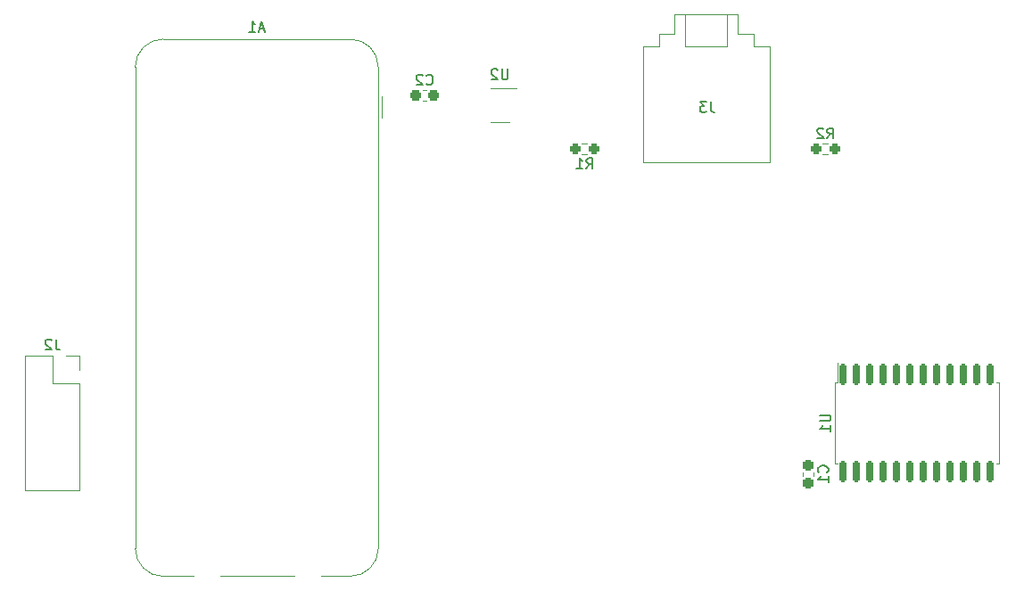
<source format=gbo>
G04 #@! TF.GenerationSoftware,KiCad,Pcbnew,7.0.10*
G04 #@! TF.CreationDate,2024-02-18T18:56:30+02:00*
G04 #@! TF.ProjectId,Untitled,556e7469-746c-4656-942e-6b696361645f,rev?*
G04 #@! TF.SameCoordinates,Original*
G04 #@! TF.FileFunction,Legend,Bot*
G04 #@! TF.FilePolarity,Positive*
%FSLAX46Y46*%
G04 Gerber Fmt 4.6, Leading zero omitted, Abs format (unit mm)*
G04 Created by KiCad (PCBNEW 7.0.10) date 2024-02-18 18:56:30*
%MOMM*%
%LPD*%
G01*
G04 APERTURE LIST*
G04 Aperture macros list*
%AMRoundRect*
0 Rectangle with rounded corners*
0 $1 Rounding radius*
0 $2 $3 $4 $5 $6 $7 $8 $9 X,Y pos of 4 corners*
0 Add a 4 corners polygon primitive as box body*
4,1,4,$2,$3,$4,$5,$6,$7,$8,$9,$2,$3,0*
0 Add four circle primitives for the rounded corners*
1,1,$1+$1,$2,$3*
1,1,$1+$1,$4,$5*
1,1,$1+$1,$6,$7*
1,1,$1+$1,$8,$9*
0 Add four rect primitives between the rounded corners*
20,1,$1+$1,$2,$3,$4,$5,0*
20,1,$1+$1,$4,$5,$6,$7,0*
20,1,$1+$1,$6,$7,$8,$9,0*
20,1,$1+$1,$8,$9,$2,$3,0*%
G04 Aperture macros list end*
%ADD10C,0.150000*%
%ADD11C,0.120000*%
%ADD12O,1.200000X2.200000*%
%ADD13O,2.200000X1.200000*%
%ADD14C,1.200000*%
%ADD15R,1.560000X0.650000*%
%ADD16RoundRect,0.150000X-0.150000X0.875000X-0.150000X-0.875000X0.150000X-0.875000X0.150000X0.875000X0*%
%ADD17C,1.700000*%
%ADD18R,1.700000X1.700000*%
%ADD19C,1.651000*%
%ADD20C,3.240000*%
%ADD21R,1.800000X1.800000*%
%ADD22C,1.800000*%
%ADD23RoundRect,0.237500X0.250000X0.237500X-0.250000X0.237500X-0.250000X-0.237500X0.250000X-0.237500X0*%
%ADD24RoundRect,0.237500X-0.250000X-0.237500X0.250000X-0.237500X0.250000X0.237500X-0.250000X0.237500X0*%
%ADD25O,1.700000X1.700000*%
%ADD26RoundRect,0.237500X0.300000X0.237500X-0.300000X0.237500X-0.300000X-0.237500X0.300000X-0.237500X0*%
%ADD27RoundRect,0.237500X0.237500X-0.300000X0.237500X0.300000X-0.237500X0.300000X-0.237500X-0.300000X0*%
%ADD28R,1.600000X1.600000*%
%ADD29C,1.600000*%
G04 APERTURE END LIST*
D10*
X130413333Y-56494819D02*
X130413333Y-57209104D01*
X130413333Y-57209104D02*
X130460952Y-57351961D01*
X130460952Y-57351961D02*
X130556190Y-57447200D01*
X130556190Y-57447200D02*
X130699047Y-57494819D01*
X130699047Y-57494819D02*
X130794285Y-57494819D01*
X130032380Y-56494819D02*
X129413333Y-56494819D01*
X129413333Y-56494819D02*
X129746666Y-56875771D01*
X129746666Y-56875771D02*
X129603809Y-56875771D01*
X129603809Y-56875771D02*
X129508571Y-56923390D01*
X129508571Y-56923390D02*
X129460952Y-56971009D01*
X129460952Y-56971009D02*
X129413333Y-57066247D01*
X129413333Y-57066247D02*
X129413333Y-57304342D01*
X129413333Y-57304342D02*
X129460952Y-57399580D01*
X129460952Y-57399580D02*
X129508571Y-57447200D01*
X129508571Y-57447200D02*
X129603809Y-57494819D01*
X129603809Y-57494819D02*
X129889523Y-57494819D01*
X129889523Y-57494819D02*
X129984761Y-57447200D01*
X129984761Y-57447200D02*
X130032380Y-57399580D01*
X111171904Y-53384819D02*
X111171904Y-54194342D01*
X111171904Y-54194342D02*
X111124285Y-54289580D01*
X111124285Y-54289580D02*
X111076666Y-54337200D01*
X111076666Y-54337200D02*
X110981428Y-54384819D01*
X110981428Y-54384819D02*
X110790952Y-54384819D01*
X110790952Y-54384819D02*
X110695714Y-54337200D01*
X110695714Y-54337200D02*
X110648095Y-54289580D01*
X110648095Y-54289580D02*
X110600476Y-54194342D01*
X110600476Y-54194342D02*
X110600476Y-53384819D01*
X110171904Y-53480057D02*
X110124285Y-53432438D01*
X110124285Y-53432438D02*
X110029047Y-53384819D01*
X110029047Y-53384819D02*
X109790952Y-53384819D01*
X109790952Y-53384819D02*
X109695714Y-53432438D01*
X109695714Y-53432438D02*
X109648095Y-53480057D01*
X109648095Y-53480057D02*
X109600476Y-53575295D01*
X109600476Y-53575295D02*
X109600476Y-53670533D01*
X109600476Y-53670533D02*
X109648095Y-53813390D01*
X109648095Y-53813390D02*
X110219523Y-54384819D01*
X110219523Y-54384819D02*
X109600476Y-54384819D01*
X140804819Y-86238095D02*
X141614342Y-86238095D01*
X141614342Y-86238095D02*
X141709580Y-86285714D01*
X141709580Y-86285714D02*
X141757200Y-86333333D01*
X141757200Y-86333333D02*
X141804819Y-86428571D01*
X141804819Y-86428571D02*
X141804819Y-86619047D01*
X141804819Y-86619047D02*
X141757200Y-86714285D01*
X141757200Y-86714285D02*
X141709580Y-86761904D01*
X141709580Y-86761904D02*
X141614342Y-86809523D01*
X141614342Y-86809523D02*
X140804819Y-86809523D01*
X141804819Y-87809523D02*
X141804819Y-87238095D01*
X141804819Y-87523809D02*
X140804819Y-87523809D01*
X140804819Y-87523809D02*
X140947676Y-87428571D01*
X140947676Y-87428571D02*
X141042914Y-87333333D01*
X141042914Y-87333333D02*
X141090533Y-87238095D01*
X141494166Y-59984819D02*
X141827499Y-59508628D01*
X142065594Y-59984819D02*
X142065594Y-58984819D01*
X142065594Y-58984819D02*
X141684642Y-58984819D01*
X141684642Y-58984819D02*
X141589404Y-59032438D01*
X141589404Y-59032438D02*
X141541785Y-59080057D01*
X141541785Y-59080057D02*
X141494166Y-59175295D01*
X141494166Y-59175295D02*
X141494166Y-59318152D01*
X141494166Y-59318152D02*
X141541785Y-59413390D01*
X141541785Y-59413390D02*
X141589404Y-59461009D01*
X141589404Y-59461009D02*
X141684642Y-59508628D01*
X141684642Y-59508628D02*
X142065594Y-59508628D01*
X141113213Y-59080057D02*
X141065594Y-59032438D01*
X141065594Y-59032438D02*
X140970356Y-58984819D01*
X140970356Y-58984819D02*
X140732261Y-58984819D01*
X140732261Y-58984819D02*
X140637023Y-59032438D01*
X140637023Y-59032438D02*
X140589404Y-59080057D01*
X140589404Y-59080057D02*
X140541785Y-59175295D01*
X140541785Y-59175295D02*
X140541785Y-59270533D01*
X140541785Y-59270533D02*
X140589404Y-59413390D01*
X140589404Y-59413390D02*
X141160832Y-59984819D01*
X141160832Y-59984819D02*
X140541785Y-59984819D01*
X118634166Y-62844819D02*
X118967499Y-62368628D01*
X119205594Y-62844819D02*
X119205594Y-61844819D01*
X119205594Y-61844819D02*
X118824642Y-61844819D01*
X118824642Y-61844819D02*
X118729404Y-61892438D01*
X118729404Y-61892438D02*
X118681785Y-61940057D01*
X118681785Y-61940057D02*
X118634166Y-62035295D01*
X118634166Y-62035295D02*
X118634166Y-62178152D01*
X118634166Y-62178152D02*
X118681785Y-62273390D01*
X118681785Y-62273390D02*
X118729404Y-62321009D01*
X118729404Y-62321009D02*
X118824642Y-62368628D01*
X118824642Y-62368628D02*
X119205594Y-62368628D01*
X117681785Y-62844819D02*
X118253213Y-62844819D01*
X117967499Y-62844819D02*
X117967499Y-61844819D01*
X117967499Y-61844819D02*
X118062737Y-61987676D01*
X118062737Y-61987676D02*
X118157975Y-62082914D01*
X118157975Y-62082914D02*
X118253213Y-62130533D01*
X68278333Y-79044819D02*
X68278333Y-79759104D01*
X68278333Y-79759104D02*
X68325952Y-79901961D01*
X68325952Y-79901961D02*
X68421190Y-79997200D01*
X68421190Y-79997200D02*
X68564047Y-80044819D01*
X68564047Y-80044819D02*
X68659285Y-80044819D01*
X67849761Y-79140057D02*
X67802142Y-79092438D01*
X67802142Y-79092438D02*
X67706904Y-79044819D01*
X67706904Y-79044819D02*
X67468809Y-79044819D01*
X67468809Y-79044819D02*
X67373571Y-79092438D01*
X67373571Y-79092438D02*
X67325952Y-79140057D01*
X67325952Y-79140057D02*
X67278333Y-79235295D01*
X67278333Y-79235295D02*
X67278333Y-79330533D01*
X67278333Y-79330533D02*
X67325952Y-79473390D01*
X67325952Y-79473390D02*
X67897380Y-80044819D01*
X67897380Y-80044819D02*
X67278333Y-80044819D01*
X103444166Y-54809580D02*
X103491785Y-54857200D01*
X103491785Y-54857200D02*
X103634642Y-54904819D01*
X103634642Y-54904819D02*
X103729880Y-54904819D01*
X103729880Y-54904819D02*
X103872737Y-54857200D01*
X103872737Y-54857200D02*
X103967975Y-54761961D01*
X103967975Y-54761961D02*
X104015594Y-54666723D01*
X104015594Y-54666723D02*
X104063213Y-54476247D01*
X104063213Y-54476247D02*
X104063213Y-54333390D01*
X104063213Y-54333390D02*
X104015594Y-54142914D01*
X104015594Y-54142914D02*
X103967975Y-54047676D01*
X103967975Y-54047676D02*
X103872737Y-53952438D01*
X103872737Y-53952438D02*
X103729880Y-53904819D01*
X103729880Y-53904819D02*
X103634642Y-53904819D01*
X103634642Y-53904819D02*
X103491785Y-53952438D01*
X103491785Y-53952438D02*
X103444166Y-54000057D01*
X103063213Y-54000057D02*
X103015594Y-53952438D01*
X103015594Y-53952438D02*
X102920356Y-53904819D01*
X102920356Y-53904819D02*
X102682261Y-53904819D01*
X102682261Y-53904819D02*
X102587023Y-53952438D01*
X102587023Y-53952438D02*
X102539404Y-54000057D01*
X102539404Y-54000057D02*
X102491785Y-54095295D01*
X102491785Y-54095295D02*
X102491785Y-54190533D01*
X102491785Y-54190533D02*
X102539404Y-54333390D01*
X102539404Y-54333390D02*
X103110832Y-54904819D01*
X103110832Y-54904819D02*
X102491785Y-54904819D01*
X141489580Y-91680833D02*
X141537200Y-91633214D01*
X141537200Y-91633214D02*
X141584819Y-91490357D01*
X141584819Y-91490357D02*
X141584819Y-91395119D01*
X141584819Y-91395119D02*
X141537200Y-91252262D01*
X141537200Y-91252262D02*
X141441961Y-91157024D01*
X141441961Y-91157024D02*
X141346723Y-91109405D01*
X141346723Y-91109405D02*
X141156247Y-91061786D01*
X141156247Y-91061786D02*
X141013390Y-91061786D01*
X141013390Y-91061786D02*
X140822914Y-91109405D01*
X140822914Y-91109405D02*
X140727676Y-91157024D01*
X140727676Y-91157024D02*
X140632438Y-91252262D01*
X140632438Y-91252262D02*
X140584819Y-91395119D01*
X140584819Y-91395119D02*
X140584819Y-91490357D01*
X140584819Y-91490357D02*
X140632438Y-91633214D01*
X140632438Y-91633214D02*
X140680057Y-91680833D01*
X141584819Y-92633214D02*
X141584819Y-92061786D01*
X141584819Y-92347500D02*
X140584819Y-92347500D01*
X140584819Y-92347500D02*
X140727676Y-92252262D01*
X140727676Y-92252262D02*
X140822914Y-92157024D01*
X140822914Y-92157024D02*
X140870533Y-92061786D01*
X88054285Y-49549104D02*
X87578095Y-49549104D01*
X88149523Y-49834819D02*
X87816190Y-48834819D01*
X87816190Y-48834819D02*
X87482857Y-49834819D01*
X86625714Y-49834819D02*
X87197142Y-49834819D01*
X86911428Y-49834819D02*
X86911428Y-48834819D01*
X86911428Y-48834819D02*
X87006666Y-48977676D01*
X87006666Y-48977676D02*
X87101904Y-49072914D01*
X87101904Y-49072914D02*
X87197142Y-49120533D01*
D11*
X136000000Y-51200000D02*
X134500000Y-51200000D01*
X136000000Y-62200000D02*
X136000000Y-51200000D01*
X134500000Y-50000000D02*
X133000000Y-50000000D01*
X134500000Y-51200000D02*
X134500000Y-50000000D01*
X133000000Y-48200000D02*
X127000000Y-48200000D01*
X133000000Y-50000000D02*
X133000000Y-48200000D01*
X132000000Y-48200000D02*
X132000000Y-51200000D01*
X132000000Y-51200000D02*
X128000000Y-51200000D01*
X128000000Y-51200000D02*
X128000000Y-48200000D01*
X127000000Y-48200000D02*
X127000000Y-50000000D01*
X127000000Y-50000000D02*
X125500000Y-50000000D01*
X125500000Y-50000000D02*
X125500000Y-51200000D01*
X125500000Y-51200000D02*
X124000000Y-51200000D01*
X124000000Y-51200000D02*
X124000000Y-62200000D01*
X124000000Y-62200000D02*
X136000000Y-62200000D01*
X111310000Y-58440000D02*
X109510000Y-58440000D01*
X109510000Y-55220000D02*
X111960000Y-55220000D01*
X157810000Y-90860000D02*
X157545000Y-90860000D01*
X142190000Y-83140000D02*
X142455000Y-83140000D01*
X157810000Y-87000000D02*
X157810000Y-83140000D01*
X142455000Y-83140000D02*
X142455000Y-81325000D01*
X142190000Y-90860000D02*
X142455000Y-90860000D01*
X157810000Y-87000000D02*
X157810000Y-90860000D01*
X142190000Y-87000000D02*
X142190000Y-90860000D01*
X157810000Y-83140000D02*
X157545000Y-83140000D01*
X142190000Y-87000000D02*
X142190000Y-83140000D01*
X141582224Y-61482500D02*
X141072776Y-61482500D01*
X141582224Y-60437500D02*
X141072776Y-60437500D01*
X118212776Y-60437500D02*
X118722224Y-60437500D01*
X118212776Y-61482500D02*
X118722224Y-61482500D01*
X70545000Y-81920000D02*
X70545000Y-80590000D01*
X70545000Y-83190000D02*
X70545000Y-93410000D01*
X67945000Y-80590000D02*
X65345000Y-80590000D01*
X70545000Y-83190000D02*
X67945000Y-83190000D01*
X70545000Y-80590000D02*
X69215000Y-80590000D01*
X67945000Y-83190000D02*
X67945000Y-80590000D01*
X70545000Y-93410000D02*
X65345000Y-93410000D01*
X65345000Y-80590000D02*
X65345000Y-93410000D01*
X103423767Y-55370000D02*
X103131233Y-55370000D01*
X103423767Y-56390000D02*
X103131233Y-56390000D01*
X139190000Y-91993767D02*
X139190000Y-91701233D01*
X140210000Y-91993767D02*
X140210000Y-91701233D01*
X75800000Y-53190000D02*
X75800000Y-98910000D01*
X98880000Y-53190000D02*
X98880000Y-98910000D01*
X78450000Y-101560000D02*
X96230000Y-101560000D01*
X99200000Y-58000000D02*
X99200000Y-56000000D01*
X78450000Y-50540000D02*
X96230000Y-50540000D01*
X96230000Y-101560000D02*
G75*
G03*
X98880000Y-98910000I0J2650000D01*
G01*
X98880000Y-53190000D02*
G75*
G03*
X96230000Y-50540000I-2650000J0D01*
G01*
X78450000Y-50540000D02*
G75*
G03*
X75800000Y-53190000I0J-2650000D01*
G01*
X75800000Y-98910000D02*
G75*
G03*
X78450000Y-101560000I2650000J0D01*
G01*
%LPC*%
D12*
X135000000Y-59500000D03*
D13*
X130000000Y-54500000D03*
D12*
X125000000Y-59500000D03*
D14*
X135000000Y-52000000D03*
X135000000Y-54500000D03*
X130000000Y-59500000D03*
X125000000Y-52000000D03*
X125000000Y-54500000D03*
D15*
X109060000Y-55880000D03*
X109060000Y-57780000D03*
X111760000Y-57780000D03*
X111760000Y-56830000D03*
X111760000Y-55880000D03*
D16*
X143015000Y-82350000D03*
X144285000Y-82350000D03*
X145555000Y-82350000D03*
X146825000Y-82350000D03*
X148095000Y-82350000D03*
X149365000Y-82350000D03*
X150635000Y-82350000D03*
X151905000Y-82350000D03*
X153175000Y-82350000D03*
X154445000Y-82350000D03*
X155715000Y-82350000D03*
X156985000Y-82350000D03*
X156985000Y-91650000D03*
X155715000Y-91650000D03*
X154445000Y-91650000D03*
X153175000Y-91650000D03*
X151905000Y-91650000D03*
X150635000Y-91650000D03*
X149365000Y-91650000D03*
X148095000Y-91650000D03*
X146825000Y-91650000D03*
X145555000Y-91650000D03*
X144285000Y-91650000D03*
X143015000Y-91650000D03*
D17*
X210000000Y-59500000D03*
X216500000Y-59500000D03*
D18*
X210000000Y-55000000D03*
D17*
X216500000Y-55000000D03*
D19*
X66040000Y-55880000D03*
X71120000Y-55880000D03*
D20*
X242300000Y-100500000D03*
X232700000Y-100500000D03*
D21*
X235000000Y-108000000D03*
D22*
X237500000Y-108000000D03*
X240000000Y-108000000D03*
X215000000Y-108000000D03*
X212500000Y-108000000D03*
D21*
X210000000Y-108000000D03*
D20*
X207700000Y-100500000D03*
X217300000Y-100500000D03*
X192300000Y-100500000D03*
X182700000Y-100500000D03*
D21*
X185000000Y-108000000D03*
D22*
X187500000Y-108000000D03*
X190000000Y-108000000D03*
X165000000Y-108000000D03*
X162500000Y-108000000D03*
D21*
X160000000Y-108000000D03*
D20*
X157700000Y-100500000D03*
X167300000Y-100500000D03*
X142300000Y-100500000D03*
X132700000Y-100500000D03*
D21*
X135000000Y-108000000D03*
D22*
X137500000Y-108000000D03*
X140000000Y-108000000D03*
D20*
X117300000Y-100500000D03*
X107700000Y-100500000D03*
D21*
X110000000Y-108000000D03*
D22*
X112500000Y-108000000D03*
X115000000Y-108000000D03*
D20*
X92300000Y-100500000D03*
X82700000Y-100500000D03*
D21*
X85000000Y-108000000D03*
D22*
X87500000Y-108000000D03*
X90000000Y-108000000D03*
D20*
X67300000Y-100500000D03*
X57700000Y-100500000D03*
D21*
X60000000Y-108000000D03*
D22*
X62500000Y-108000000D03*
X65000000Y-108000000D03*
D20*
X242300000Y-70500000D03*
X232700000Y-70500000D03*
D21*
X235000000Y-78000000D03*
D22*
X237500000Y-78000000D03*
X240000000Y-78000000D03*
D20*
X217300000Y-70500000D03*
X207700000Y-70500000D03*
D21*
X210000000Y-78000000D03*
D22*
X212500000Y-78000000D03*
X215000000Y-78000000D03*
D20*
X192300000Y-70500000D03*
X182700000Y-70500000D03*
D21*
X185000000Y-78000000D03*
D22*
X187500000Y-78000000D03*
X190000000Y-78000000D03*
D20*
X167300000Y-70500000D03*
X157700000Y-70500000D03*
D21*
X160000000Y-78000000D03*
D22*
X162500000Y-78000000D03*
X165000000Y-78000000D03*
D20*
X142300000Y-70500000D03*
X132700000Y-70500000D03*
D21*
X135000000Y-78000000D03*
D22*
X137500000Y-78000000D03*
X140000000Y-78000000D03*
X115000000Y-78000000D03*
X112500000Y-78000000D03*
D21*
X110000000Y-78000000D03*
D20*
X107700000Y-70500000D03*
X117300000Y-70500000D03*
X92300000Y-70500000D03*
X82700000Y-70500000D03*
D21*
X85000000Y-78000000D03*
D22*
X87500000Y-78000000D03*
X90000000Y-78000000D03*
D20*
X67300000Y-70500000D03*
X57700000Y-70500000D03*
D21*
X60000000Y-78000000D03*
D22*
X62500000Y-78000000D03*
X65000000Y-78000000D03*
D23*
X140415000Y-60960000D03*
X142240000Y-60960000D03*
D24*
X119380000Y-60960000D03*
X117555000Y-60960000D03*
D18*
X69215000Y-81920000D03*
D25*
X66675000Y-81920000D03*
X69215000Y-84460000D03*
X66675000Y-84460000D03*
X69215000Y-87000000D03*
X66675000Y-87000000D03*
X69215000Y-89540000D03*
X66675000Y-89540000D03*
X69215000Y-92080000D03*
X66675000Y-92080000D03*
D21*
X222000000Y-56000000D03*
D22*
X224540000Y-56000000D03*
X232540000Y-56000000D03*
D21*
X230000000Y-56000000D03*
D26*
X104140000Y-55880000D03*
X102415000Y-55880000D03*
D27*
X139700000Y-90985000D03*
X139700000Y-92710000D03*
D28*
X97500000Y-57000000D03*
D29*
X97500000Y-59540000D03*
X97500000Y-62080000D03*
X97500000Y-64620000D03*
X97500000Y-67160000D03*
X97500000Y-69700000D03*
X97500000Y-72240000D03*
X97500000Y-74780000D03*
X97500000Y-77320000D03*
X97500000Y-79860000D03*
X97500000Y-82400000D03*
X97500000Y-84940000D03*
X97500000Y-87480000D03*
X97500000Y-90020000D03*
X97500000Y-92560000D03*
X97500000Y-95100000D03*
X77180000Y-95100000D03*
X77180000Y-92560000D03*
X77180000Y-90020000D03*
X77180000Y-87480000D03*
X77180000Y-84940000D03*
X77180000Y-82400000D03*
X77180000Y-79860000D03*
X77180000Y-77320000D03*
X77180000Y-74780000D03*
X77180000Y-72240000D03*
X77180000Y-69700000D03*
X77180000Y-67160000D03*
%LPD*%
M02*

</source>
